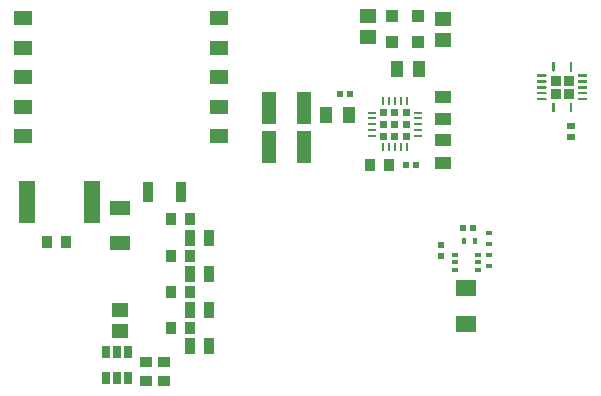
<source format=gtp>
G04*
G04 #@! TF.GenerationSoftware,Altium Limited,Altium Designer,23.3.1 (30)*
G04*
G04 Layer_Color=8421504*
%FSLAX44Y44*%
%MOMM*%
G71*
G04*
G04 #@! TF.SameCoordinates,D194EA9E-320C-42BA-852E-FFA0FE6248A8*
G04*
G04*
G04 #@! TF.FilePolarity,Positive*
G04*
G01*
G75*
%ADD17R,0.8200X0.8200*%
%ADD18R,0.6500X0.5500*%
%ADD19R,1.5500X1.2700*%
%ADD20R,0.4500X0.5500*%
%ADD21R,0.6200X0.6200*%
%ADD22R,1.4500X1.1500*%
%ADD23R,1.0000X0.9000*%
%ADD24R,0.6500X1.0600*%
%ADD25R,0.9500X1.3500*%
%ADD26R,0.9000X1.0000*%
%ADD27R,1.0500X1.4000*%
%ADD28R,1.8000X1.1500*%
%ADD29R,1.4000X3.5600*%
%ADD30R,0.9500X1.7000*%
%ADD31R,0.5000X0.4000*%
%ADD32R,0.7000X0.2500*%
%ADD33R,0.2500X0.7000*%
%ADD34R,1.0000X1.0000*%
%ADD35R,1.7500X1.4000*%
%ADD36R,0.6200X0.6200*%
%ADD37R,0.5500X0.4500*%
%ADD38R,1.4000X1.0500*%
%ADD39R,1.1500X2.7000*%
G36*
X482128Y251556D02*
Y251327D01*
X481953Y250905D01*
X481629Y250581D01*
X481207Y250406D01*
X480749D01*
X480327Y250581D01*
X480003Y250905D01*
X479828Y251327D01*
Y251556D01*
Y258406D01*
X482128D01*
X482128Y251556D01*
D02*
G37*
G36*
X467128D02*
Y251327D01*
X466953Y250905D01*
X466629Y250581D01*
X466207Y250406D01*
X465749D01*
X465327Y250581D01*
X465003Y250905D01*
X464828Y251327D01*
Y251556D01*
X464828D01*
Y258406D01*
X467128D01*
Y251556D01*
D02*
G37*
G36*
X487878Y248306D02*
X494728D01*
Y246006D01*
X487649D01*
X487227Y246181D01*
X486903Y246505D01*
X486728Y246927D01*
Y247156D01*
Y247385D01*
X486903Y247807D01*
X487227Y248131D01*
X487649Y248306D01*
X487878D01*
Y248306D01*
D02*
G37*
G36*
X459729Y248131D02*
X460053Y247807D01*
X460228Y247385D01*
Y247156D01*
Y246927D01*
X460053Y246505D01*
X459729Y246181D01*
X459307Y246006D01*
X452228D01*
Y248306D01*
X459078Y248306D01*
X459307D01*
X459729Y248131D01*
D02*
G37*
G36*
X494728Y241006D02*
X487878Y241006D01*
X487649D01*
X487227Y241181D01*
X486903Y241504D01*
X486728Y241927D01*
Y242156D01*
Y242385D01*
X486903Y242807D01*
X487227Y243131D01*
X487649Y243306D01*
X494728D01*
Y241006D01*
D02*
G37*
G36*
X459729Y243131D02*
X460053Y242807D01*
X460228Y242385D01*
Y242156D01*
Y241927D01*
X460053Y241504D01*
X459729Y241181D01*
X459307Y241006D01*
X459078D01*
Y241006D01*
X452228D01*
Y243306D01*
X459307D01*
X459729Y243131D01*
D02*
G37*
G36*
X494728Y236006D02*
X487649D01*
X487227Y236181D01*
X486903Y236505D01*
X486728Y236927D01*
Y237156D01*
Y237385D01*
X486903Y237807D01*
X487227Y238131D01*
X487649Y238306D01*
X494728D01*
Y236006D01*
D02*
G37*
G36*
X459729Y238131D02*
X460053Y237807D01*
X460228Y237385D01*
Y237156D01*
Y236927D01*
X460053Y236505D01*
X459729Y236181D01*
X459307Y236006D01*
X452228D01*
Y238306D01*
X459307D01*
X459729Y238131D01*
D02*
G37*
G36*
X487878Y233306D02*
X494728D01*
Y231006D01*
X487649D01*
X487227Y231181D01*
X486903Y231505D01*
X486728Y231927D01*
Y232156D01*
Y232385D01*
X486903Y232807D01*
X487227Y233131D01*
X487649Y233306D01*
X487878D01*
Y233306D01*
D02*
G37*
G36*
X459729Y233131D02*
X460053Y232807D01*
X460228Y232385D01*
Y232156D01*
Y231927D01*
X460053Y231505D01*
X459729Y231181D01*
X459307Y231006D01*
X452228D01*
Y233306D01*
X459078Y233306D01*
X459307D01*
X459729Y233131D01*
D02*
G37*
G36*
X494728Y226006D02*
X487878Y226006D01*
X487649D01*
X487227Y226181D01*
X486903Y226505D01*
X486728Y226927D01*
Y227156D01*
Y227385D01*
X486903Y227807D01*
X487227Y228131D01*
X487649Y228306D01*
X494728D01*
Y226006D01*
D02*
G37*
G36*
X459729Y228131D02*
X460053Y227807D01*
X460228Y227385D01*
Y227156D01*
Y226927D01*
X460053Y226505D01*
X459729Y226181D01*
X459307Y226006D01*
X459078D01*
Y226006D01*
X452228D01*
Y228306D01*
X459307D01*
X459729Y228131D01*
D02*
G37*
G36*
X481629Y223731D02*
X481953Y223407D01*
X482128Y222985D01*
Y222756D01*
X482128D01*
Y215906D01*
X479828D01*
Y222756D01*
Y222985D01*
X480003Y223407D01*
X480327Y223731D01*
X480749Y223906D01*
X481207D01*
X481629Y223731D01*
D02*
G37*
G36*
X466629D02*
X466953Y223407D01*
X467128Y222985D01*
Y222756D01*
Y215906D01*
X464828D01*
X464828Y222756D01*
Y222985D01*
X465003Y223407D01*
X465327Y223731D01*
X465749Y223906D01*
X466207D01*
X466629Y223731D01*
D02*
G37*
G36*
X344777Y212700D02*
X338778D01*
Y218700D01*
X344777D01*
Y212700D01*
D02*
G37*
G36*
X334777D02*
X328777D01*
Y218700D01*
X334777D01*
Y212700D01*
D02*
G37*
G36*
X324777D02*
X318777D01*
Y218700D01*
X324777D01*
Y212700D01*
D02*
G37*
G36*
X344777Y202700D02*
X338778D01*
Y208700D01*
X344777D01*
Y202700D01*
D02*
G37*
G36*
X334777D02*
X328777D01*
Y208700D01*
X334777D01*
Y202700D01*
D02*
G37*
G36*
X324777D02*
X318777D01*
Y208700D01*
X324777D01*
Y202700D01*
D02*
G37*
G36*
X344777Y192700D02*
X338778D01*
Y198700D01*
X344777D01*
Y192700D01*
D02*
G37*
G36*
X334777D02*
X328777D01*
Y198700D01*
X334777D01*
Y192700D01*
D02*
G37*
G36*
X324777D02*
X318777D01*
Y198700D01*
X324777D01*
Y192700D01*
D02*
G37*
D17*
X467878Y242756D02*
D03*
X479078D02*
D03*
X467878Y231556D02*
D03*
X479078D02*
D03*
D18*
X480822Y204644D02*
D03*
Y194644D02*
D03*
D19*
X182826Y195618D02*
D03*
Y220618D02*
D03*
Y245618D02*
D03*
Y270618D02*
D03*
Y295618D02*
D03*
X17326Y195618D02*
D03*
Y220618D02*
D03*
Y245618D02*
D03*
Y270618D02*
D03*
Y295618D02*
D03*
D20*
X399470Y106680D02*
D03*
X390470D02*
D03*
D21*
X370680Y103520D02*
D03*
Y94520D02*
D03*
D22*
X99060Y30370D02*
D03*
Y48370D02*
D03*
X308917Y279250D02*
D03*
Y297250D02*
D03*
X372417Y276710D02*
D03*
Y294710D02*
D03*
D23*
X120650Y-11810D02*
D03*
Y4190D02*
D03*
X135890Y-11810D02*
D03*
Y4190D02*
D03*
D24*
X87172Y13364D02*
D03*
X96672D02*
D03*
X106172D02*
D03*
Y-8636D02*
D03*
X96672D02*
D03*
X87172D02*
D03*
D25*
X158370Y78740D02*
D03*
X174370D02*
D03*
X158370Y48399D02*
D03*
X174370D02*
D03*
X158370Y17780D02*
D03*
X174370D02*
D03*
X158370Y109220D02*
D03*
X174370D02*
D03*
D26*
X142370Y63500D02*
D03*
X158370D02*
D03*
X53212Y106172D02*
D03*
X37212D02*
D03*
X142370Y125730D02*
D03*
X158370D02*
D03*
X142370Y93980D02*
D03*
X158370D02*
D03*
X142370Y33020D02*
D03*
X158370D02*
D03*
X326610Y171410D02*
D03*
X310610D02*
D03*
D27*
X292550Y213320D02*
D03*
X273550D02*
D03*
X352240Y252690D02*
D03*
X333240D02*
D03*
D28*
X99060Y135050D02*
D03*
Y105050D02*
D03*
D29*
X20330Y139700D02*
D03*
X74930D02*
D03*
D30*
X122810Y148336D02*
D03*
X150810D02*
D03*
D31*
X401770Y82360D02*
D03*
Y88860D02*
D03*
Y95360D02*
D03*
X382770D02*
D03*
Y88860D02*
D03*
Y82360D02*
D03*
D32*
X312277Y195700D02*
D03*
Y200700D02*
D03*
Y205700D02*
D03*
Y210700D02*
D03*
Y215700D02*
D03*
X351278D02*
D03*
Y210700D02*
D03*
Y205700D02*
D03*
Y200700D02*
D03*
Y195700D02*
D03*
D33*
X321777Y225200D02*
D03*
X326777D02*
D03*
X331777D02*
D03*
X336777D02*
D03*
X341777D02*
D03*
Y186200D02*
D03*
X336777D02*
D03*
X331777D02*
D03*
X326777D02*
D03*
X321777D02*
D03*
D34*
X351667Y275550D02*
D03*
X329667D02*
D03*
X351667Y297140D02*
D03*
X329667D02*
D03*
D35*
X392270Y37030D02*
D03*
Y67030D02*
D03*
D36*
X398200Y118110D02*
D03*
X389200D02*
D03*
X284900Y231100D02*
D03*
X293900D02*
D03*
X349780Y171410D02*
D03*
X340780D02*
D03*
D37*
X411480Y104720D02*
D03*
Y113720D02*
D03*
Y85670D02*
D03*
Y94670D02*
D03*
D38*
X372417Y192340D02*
D03*
Y173340D02*
D03*
Y229170D02*
D03*
Y210170D02*
D03*
D39*
X224870Y219670D02*
D03*
X254870D02*
D03*
X224870Y186650D02*
D03*
X254870D02*
D03*
M02*

</source>
